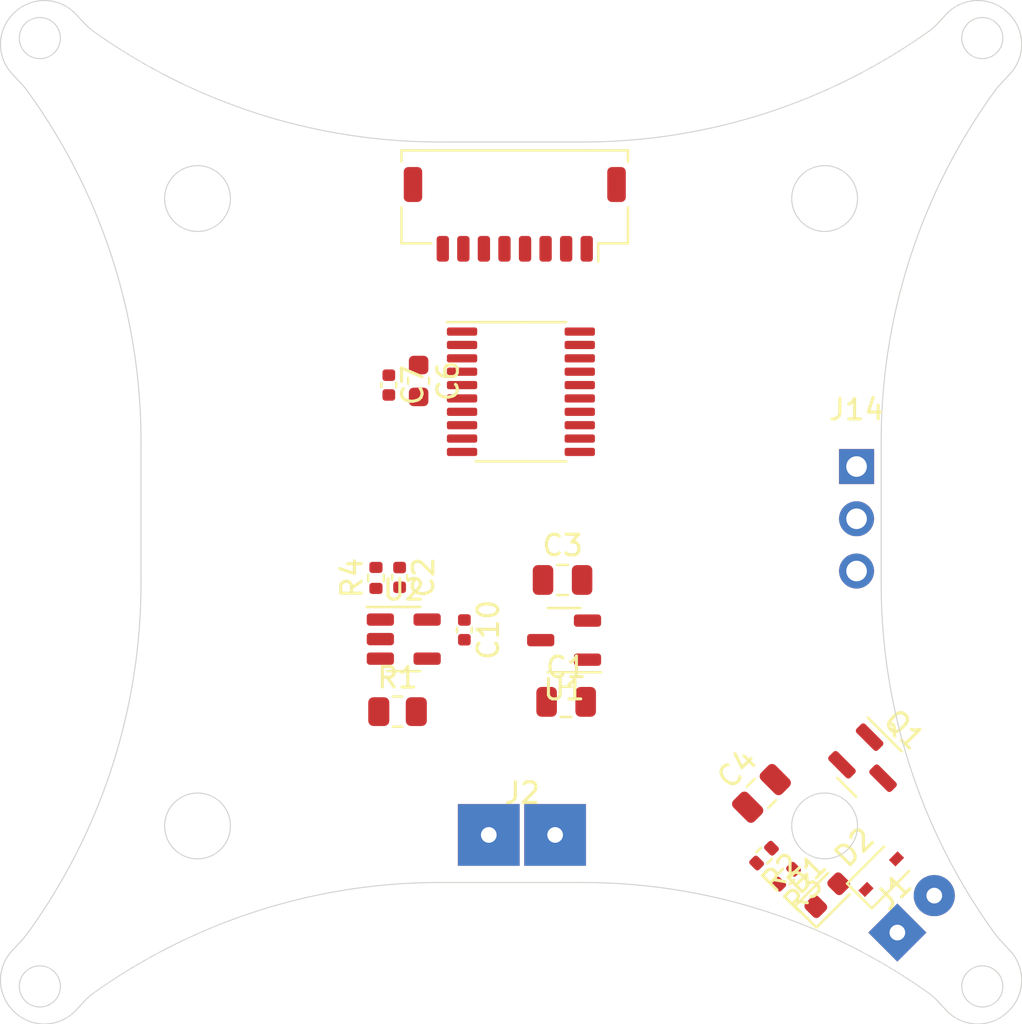
<source format=kicad_pcb>
(kicad_pcb (version 20211014) (generator pcbnew)
  (layers (0 "F.Cu" signal) (31 "B.Cu" signal) (34 "B.Paste" user) (35 "F.Paste" user) (36 "B.SilkS" user "B.Silkscreen") (37 "F.SilkS" user "F.Silkscreen") (38 "B.Mask" user) (39 "F.Mask" user) (44 "Edge.Cuts" user))
  (net 0 "")
  (net 1 "Net-(D2-Pad2)")
  (net 2 "GND")
  (net 3 "VCC")
  (net 4 "M1")
  (net 5 "+3.3V")
  (net 6 "Net-(D1-Pad2)")
  (net 7 "VBAT")
  (net 8 "Current")
  (net 9 "Telemetry")
  (net 10 "SWCLK")
  (net 11 "SWDIO")
  (net 12 "Net-(R4-Pad1)")
  (net 29 "SIGNAL_M1")
  (net 30 "SIGNAL_M2")
  (net 31 "SIGNAL_M3")
  (net 32 "SIGNAL_M4")
  (footprint "Capacitor_SMD:C_0805_2012Metric" (layer "F.Cu") (at 157.9 114.525 45)
    (fp_text reference "C4" (at 0 -1.68 45) (layer "F.SilkS"))
    (fp_text value "10u")
    (fp_line (start -0.261252 0.735) (end 0.261252 0.735) (layer "F.SilkS") (width 0.12))
    (fp_line (start -0.261252 -0.735) (end 0.261252 -0.735) (layer "F.SilkS") (width 0.12))
    (pad "1" smd roundrect (at -0.95 0 45) (size 1 1.45) (layers "F.Cu" "F.Paste" "F.Mask") (net 3 "VCC"))
    (pad "2" smd roundrect (at 0.95 0 45) (size 1 1.45) (layers "F.Cu" "F.Paste" "F.Mask") (net 2 "GND"))
  )
  (footprint "Package_TO_SOT_SMD:SOT-23-5" (layer "F.Cu") (at 140.5 107.025)
    (fp_text reference "U2" (at 0 -2.4) (layer "F.SilkS"))
    (fp_text value "INA180A4")
    (fp_line (start 0 1.56) (end -0.8 1.56) (layer "F.SilkS") (width 0.12))
    (fp_line (start 0 -1.56) (end 0.8 -1.56) (layer "F.SilkS") (width 0.12))
    (fp_line (start 0 -1.56) (end -1.8 -1.56) (layer "F.SilkS") (width 0.12))
    (fp_line (start 0 1.56) (end 0.8 1.56) (layer "F.SilkS") (width 0.12))
    (pad "1" smd roundrect (at -1.1375 -0.95) (size 1.325 0.6) (layers "F.Cu" "F.Paste" "F.Mask") (net 12 "Net-(R4-Pad1)"))
    (pad "2" smd roundrect (at -1.1375 0) (size 1.325 0.6) (layers "F.Cu" "F.Paste" "F.Mask") (net 2 "GND"))
    (pad "3" smd roundrect (at -1.1375 0.95) (size 1.325 0.6) (layers "F.Cu" "F.Paste" "F.Mask") (net 7 "VBAT"))
    (pad "4" smd roundrect (at 1.1375 0.95) (size 1.325 0.6) (layers "F.Cu" "F.Paste" "F.Mask") (net 3 "VCC"))
    (pad "5" smd roundrect (at 1.1375 -0.95) (size 1.325 0.6) (layers "F.Cu" "F.Paste" "F.Mask") (net 5 "+3.3V"))
  )
  (footprint "Package_SO:TSSOP-20_4.4x6.5mm_P0.65mm" (layer "F.Cu") (at 146.2 95)
    (fp_text reference "U3" hide)
    (fp_text value "STM32C011F6Px" hide)
    (fp_line (start 0 3.385) (end -2.2 3.385) (layer "F.SilkS") (width 0.12))
    (fp_line (start 0 -3.385) (end -3.6 -3.385) (layer "F.SilkS") (width 0.12))
    (fp_line (start 0 3.385) (end 2.2 3.385) (layer "F.SilkS") (width 0.12))
    (fp_line (start 0 -3.385) (end 2.2 -3.385) (layer "F.SilkS") (width 0.12))
    (pad "1" smd roundrect (at -2.8625 -2.925) (size 1.475 0.4) (layers "F.Cu" "F.Paste" "F.Mask"))
    (pad "2" smd roundrect (at -2.8625 -2.275) (size 1.475 0.4) (layers "F.Cu" "F.Paste" "F.Mask"))
    (pad "3" smd roundrect (at -2.8625 -1.625) (size 1.475 0.4) (layers "F.Cu" "F.Paste" "F.Mask"))
    (pad "4" smd roundrect (at -2.8625 -0.975) (size 1.475 0.4) (layers "F.Cu" "F.Paste" "F.Mask") (net 5 "+3.3V"))
    (pad "5" smd roundrect (at -2.8625 -0.325) (size 1.475 0.4) (layers "F.Cu" "F.Paste" "F.Mask") (net 2 "GND"))
    (pad "6" smd roundrect (at -2.8625 0.325) (size 1.475 0.4) (layers "F.Cu" "F.Paste" "F.Mask"))
    (pad "7" smd roundrect (at -2.8625 0.975) (size 1.475 0.4) (layers "F.Cu" "F.Paste" "F.Mask"))
    (pad "8" smd roundrect (at -2.8625 1.625) (size 1.475 0.4) (layers "F.Cu" "F.Paste" "F.Mask"))
    (pad "9" smd roundrect (at -2.8625 2.275) (size 1.475 0.4) (layers "F.Cu" "F.Paste" "F.Mask"))
    (pad "10" smd roundrect (at -2.8625 2.925) (size 1.475 0.4) (layers "F.Cu" "F.Paste" "F.Mask"))
    (pad "11" smd roundrect (at 2.8625 2.925) (size 1.475 0.4) (layers "F.Cu" "F.Paste" "F.Mask"))
    (pad "12" smd roundrect (at 2.8625 2.275) (size 1.475 0.4) (layers "F.Cu" "F.Paste" "F.Mask"))
    (pad "13" smd roundrect (at 2.8625 1.625) (size 1.475 0.4) (layers "F.Cu" "F.Paste" "F.Mask"))
    (pad "14" smd roundrect (at 2.8625 0.975) (size 1.475 0.4) (layers "F.Cu" "F.Paste" "F.Mask"))
    (pad "15" smd roundrect (at 2.8625 0.325) (size 1.475 0.4) (layers "F.Cu" "F.Paste" "F.Mask"))
    (pad "16" smd roundrect (at 2.8625 -0.325) (size 1.475 0.4) (layers "F.Cu" "F.Paste" "F.Mask"))
    (pad "17" smd roundrect (at 2.8625 -0.975) (size 1.475 0.4) (layers "F.Cu" "F.Paste" "F.Mask"))
    (pad "18" smd roundrect (at 2.8625 -1.625) (size 1.475 0.4) (layers "F.Cu" "F.Paste" "F.Mask") (net 11 "SWDIO"))
    (pad "19" smd roundrect (at 2.8625 -2.275) (size 1.475 0.4) (layers "F.Cu" "F.Paste" "F.Mask") (net 10 "SWCLK"))
    (pad "20" smd roundrect (at 2.8625 -2.925) (size 1.475 0.4) (layers "F.Cu" "F.Paste" "F.Mask"))
  )
  (footprint "Resistor_SMD:R_0805_2012Metric" (layer "F.Cu") (at 140.2 110.55)
    (fp_text reference "R1" (at 0 -1.65) (layer "F.SilkS"))
    (fp_text value "2m")
    (fp_line (start -0.227064 0.735) (end 0.227064 0.735) (layer "F.SilkS") (width 0.12))
    (fp_line (start -0.227064 -0.735) (end 0.227064 -0.735) (layer "F.SilkS") (width 0.12))
    (pad "1" smd roundrect (at -0.9125 0) (size 1.025 1.4) (layers "F.Cu" "F.Paste" "F.Mask") (roundrect_rratio 0.243902) (net 7 "VBAT"))
    (pad "2" smd roundrect (at 0.9125 0) (size 1.025 1.4) (layers "F.Cu" "F.Paste" "F.Mask") (roundrect_rratio 0.243902) (net 3 "VCC"))
  )
  (footprint "Capacitor_SMD:C_0402_1005Metric" (layer "F.Cu") (at 139.775 94.675 -90)
    (fp_text reference "C7" (at 0 -1.16 90) (layer "F.SilkS"))
    (fp_text value "100n")
    (fp_line (start -0.107836 -0.36) (end 0.107836 -0.36) (layer "F.SilkS") (width 0.12))
    (fp_line (start -0.107836 0.36) (end 0.107836 0.36) (layer "F.SilkS") (width 0.12))
    (pad "1" smd roundrect (at -0.48 0 270) (size 0.56 0.62) (layers "F.Cu" "F.Paste" "F.Mask") (net 5 "+3.3V"))
    (pad "2" smd roundrect (at 0.48 0 270) (size 0.56 0.62) (layers "F.Cu" "F.Paste" "F.Mask") (net 2 "GND"))
  )
  (footprint "Package_TO_SOT_SMD:SOT-23" (layer "F.Cu") (at 163.15 113.125 -45)
    (fp_text reference "Q1" (at 0 -2.4 135) (layer "F.SilkS"))
    (fp_text value "AO3480C")
    (fp_line (start 0 1.56) (end -0.65 1.56) (layer "F.SilkS") (width 0.12))
    (fp_line (start 0 -1.56) (end -1.675 -1.56) (layer "F.SilkS") (width 0.12))
    (fp_line (start 0 -1.56) (end 0.65 -1.56) (layer "F.SilkS") (width 0.12))
    (fp_line (start 0 1.56) (end 0.65 1.56) (layer "F.SilkS") (width 0.12))
    (pad "1" smd roundrect (at -0.9375 -0.95 315) (size 1.475 0.6) (layers "F.Cu" "F.Paste" "F.Mask") (net 6 "Net-(D1-Pad2)"))
    (pad "2" smd roundrect (at -0.9375 0.95 315) (size 1.475 0.6) (layers "F.Cu" "F.Paste" "F.Mask") (net 2 "GND"))
    (pad "3" smd roundrect (at 0.9375 0 315) (size 1.475 0.6) (layers "F.Cu" "F.Paste" "F.Mask") (net 1 "Net-(D2-Pad2)"))
  )
  (footprint "Capacitor_SMD:C_0805_2012Metric" (layer "F.Cu") (at 148.225 104.15)
    (fp_text reference "C3" (at 0 -1.68) (layer "F.SilkS"))
    (fp_text value "10u")
    (fp_line (start -0.261252 -0.735) (end 0.261252 -0.735) (layer "F.SilkS") (width 0.12))
    (fp_line (start -0.261252 0.735) (end 0.261252 0.735) (layer "F.SilkS") (width 0.12))
    (pad "1" smd roundrect (at -0.95 0) (size 1 1.45) (layers "F.Cu" "F.Paste" "F.Mask") (net 5 "+3.3V"))
    (pad "2" smd roundrect (at 0.95 0) (size 1 1.45) (layers "F.Cu" "F.Paste" "F.Mask") (net 2 "GND"))
  )
  (footprint "Capacitor_SMD:C_0402_1005Metric" (layer "F.Cu") (at 143.45 106.575 -90)
    (fp_text reference "C10" (at 0 -1.16 90) (layer "F.SilkS"))
    (fp_text value "100n")
    (fp_line (start -0.107836 0.36) (end 0.107836 0.36) (layer "F.SilkS") (width 0.12))
    (fp_line (start -0.107836 -0.36) (end 0.107836 -0.36) (layer "F.SilkS") (width 0.12))
    (pad "1" smd roundrect (at -0.48 0 270) (size 0.56 0.62) (layers "F.Cu" "F.Paste" "F.Mask") (net 5 "+3.3V"))
    (pad "2" smd roundrect (at 0.48 0 270) (size 0.56 0.62) (layers "F.Cu" "F.Paste" "F.Mask") (net 2 "GND"))
  )
  (footprint "LED_SMD:LED_0603_1608Metric" (layer "F.Cu") (at 161.1 119.475 45)
    (fp_text reference "D1" (at 0 -1.43 45) (layer "F.SilkS"))
    (fp_text value "RED")
    (fp_line (start -1.485 -0.735) (end -1.485 0.735) (layer "F.SilkS") (width 0.12))
    (fp_line (start 0.8 -0.735) (end -1.485 -0.735) (layer "F.SilkS") (width 0.12))
    (fp_line (start -1.485 0.735) (end 0.8 0.735) (layer "F.SilkS") (width 0.12))
    (pad "1" smd roundrect (at -0.7875 0 45) (size 0.875 0.95) (layers "F.Cu" "F.Paste" "F.Mask") (net 2 "GND"))
    (pad "2" smd roundrect (at 0.7875 0 45) (size 0.875 0.95) (layers "F.Cu" "F.Paste" "F.Mask") (net 6 "Net-(D1-Pad2)"))
  )
  (footprint "Resistor_SMD:R_0402_1005Metric" (layer "F.Cu") (at 139.15 104.05 90)
    (fp_text reference "R4" (at 0 -1.17 90) (layer "F.SilkS"))
    (fp_text value "1k")
    (fp_line (start -0.153641 -0.38) (end 0.153641 -0.38) (layer "F.SilkS") (width 0.12))
    (fp_line (start -0.153641 0.38) (end 0.153641 0.38) (layer "F.SilkS") (width 0.12))
    (pad "1" smd roundrect (at -0.51 0 90) (size 0.54 0.64) (layers "F.Cu" "F.Paste" "F.Mask") (net 12 "Net-(R4-Pad1)"))
    (pad "2" smd roundrect (at 0.51 0 90) (size 0.54 0.64) (layers "F.Cu" "F.Paste" "F.Mask") (net 8 "Current"))
  )
  (footprint "Resistor_SMD:R_0402_1005Metric" (layer "F.Cu") (at 159.1 118.575 -135)
    (fp_text reference "R3" (at 0 -1.17 45) (layer "F.SilkS"))
    (fp_text value "10k")
    (fp_line (start -0.153641 0.38) (end 0.153641 0.38) (layer "F.SilkS") (width 0.12))
    (fp_line (start -0.153641 -0.38) (end 0.153641 -0.38) (layer "F.SilkS") (width 0.12))
    (pad "1" smd roundrect (at -0.51 0 225) (size 0.54 0.64) (layers "F.Cu" "F.Paste" "F.Mask") (net 6 "Net-(D1-Pad2)"))
    (pad "2" smd roundrect (at 0.51 0 225) (size 0.54 0.64) (layers "F.Cu" "F.Paste" "F.Mask") (net 2 "GND"))
  )
  (footprint "Resistor_SMD:R_0402_1005Metric" (layer "F.Cu") (at 158.025 117.55 -135)
    (fp_text reference "R2" (at 0 -1.17 45) (layer "F.SilkS"))
    (fp_text value "470R")
    (fp_line (start -0.153641 0.38) (end 0.153641 0.38) (layer "F.SilkS") (width 0.12))
    (fp_line (start -0.153641 -0.38) (end 0.153641 -0.38) (layer "F.SilkS") (width 0.12))
    (pad "1" smd roundrect (at -0.51 0 225) (size 0.54 0.64) (layers "F.Cu" "F.Paste" "F.Mask") (net 6 "Net-(D1-Pad2)"))
    (pad "2" smd roundrect (at 0.51 0 225) (size 0.54 0.64) (layers "F.Cu" "F.Paste" "F.Mask") (net 4 "M1"))
  )
  (footprint "Custom:Conn_01x02_VBAT_BIG" (layer "F.Cu") (at 146.2627 114.005)
    (fp_text reference "J2" (at 0 0.5) (layer "F.SilkS"))
    (fp_text value "Battery")
    (pad "1" thru_hole custom (at -1.6256 2.54 90) (size 3 3) (drill 0.762) (layers *.Cu *.Mask) (net 2 "GND") (options (clearance outline) (anchor rect)) (primitives (gr_line (start 0 1) (end 0 1) (width 0.2))))
    (pad "2" thru_hole custom (at 1.6002 2.54 90) (size 3 3) (drill 0.762) (layers *.Cu *.Mask) (net 7 "VBAT") (options (clearance outline) (anchor rect)) (primitives (gr_line (start 0 1) (end 0 1) (width 0.2))))
  )
  (footprint "Capacitor_SMD:C_0402_1005Metric" (layer "F.Cu") (at 140.3 104.025 -90)
    (fp_text reference "C2" (at 0 -1.16 90) (layer "F.SilkS"))
    (fp_text value "1n")
    (fp_line (start -0.107836 -0.36) (end 0.107836 -0.36) (layer "F.SilkS") (width 0.12))
    (fp_line (start -0.107836 0.36) (end 0.107836 0.36) (layer "F.SilkS") (width 0.12))
    (pad "1" smd roundrect (at -0.48 0 270) (size 0.56 0.62) (layers "F.Cu" "F.Paste" "F.Mask") (net 8 "Current"))
    (pad "2" smd roundrect (at 0.48 0 270) (size 0.56 0.62) (layers "F.Cu" "F.Paste" "F.Mask") (net 2 "GND"))
  )
  (footprint "Capacitor_SMD:C_0805_2012Metric" (layer "F.Cu") (at 148.4 110.075)
    (fp_text reference "C1" (at 0 -1.68) (layer "F.SilkS"))
    (fp_text value "10u")
    (fp_line (start -0.261252 0.735) (end 0.261252 0.735) (layer "F.SilkS") (width 0.12))
    (fp_line (start -0.261252 -0.735) (end 0.261252 -0.735) (layer "F.SilkS") (width 0.12))
    (pad "1" smd roundrect (at -0.95 0) (size 1 1.45) (layers "F.Cu" "F.Paste" "F.Mask") (net 3 "VCC"))
    (pad "2" smd roundrect (at 0.95 0) (size 1 1.45) (layers "F.Cu" "F.Paste" "F.Mask") (net 2 "GND"))
  )
  (footprint "Capacitor_SMD:C_0603_1608Metric" (layer "F.Cu") (at 141.225 94.475 -90)
    (fp_text reference "C6" (at 0 -1.43 90) (layer "F.SilkS"))
    (fp_text value "4.7u")
    (fp_line (start -0.14058 0.51) (end 0.14058 0.51) (layer "F.SilkS") (width 0.12))
    (fp_line (start -0.14058 -0.51) (end 0.14058 -0.51) (layer "F.SilkS") (width 0.12))
    (pad "1" smd roundrect (at -0.775 0 270) (size 0.9 0.95) (layers "F.Cu" "F.Paste" "F.Mask") (net 5 "+3.3V"))
    (pad "2" smd roundrect (at 0.775 0 270) (size 0.9 0.95) (layers "F.Cu" "F.Paste" "F.Mask") (net 2 "GND"))
  )
  (footprint "Diode_SMD:D_SOD-323" (layer "F.Cu") (at 163.725 118.45 45)
    (fp_text reference "D2" (at 0 -1.85 45) (layer "F.SilkS"))
    (fp_text value "SD103AWS")
    (fp_line (start -1.5 -0.85) (end 1.05 -0.85) (layer "F.SilkS") (width 0.12))
    (fp_line (start -1.5 -0.85) (end -1.5 0.85) (layer "F.SilkS") (width 0.12))
    (fp_line (start -1.5 0.85) (end 1.05 0.85) (layer "F.SilkS") (width 0.12))
    (pad "1" smd rect (at -1.05 0 45) (size 0.6 0.45) (layers "F.Cu" "F.Paste" "F.Mask") (net 3 "VCC"))
    (pad "2" smd rect (at 1.05 0 45) (size 0.6 0.45) (layers "F.Cu" "F.Paste" "F.Mask") (net 1 "Net-(D2-Pad2)"))
  )
  (footprint "Connector_JST:JST_SHL_SM08B-SHLS-TF_1x08-1MP_P1.00mm_Horizontal" (layer "F.Cu") (at 145.9 86.375 180)
    (fp_text reference "J3" hide)
    (fp_text value "FC Connector" hide)
    (fp_line (start -5.51 0.34) (end -5.51 -1.41) (layer "F.SilkS") (width 0.12))
    (fp_line (start 5.51 3.11) (end 5.51 2.56) (layer "F.SilkS") (width 0.12))
    (fp_line (start -5.51 2.56) (end -5.51 3.11) (layer "F.SilkS") (width 0.12))
    (fp_line (start 5.51 -1.41) (end 4.06 -1.41) (layer "F.SilkS") (width 0.12))
    (fp_line (start -5.51 3.11) (end 5.51 3.11) (layer "F.SilkS") (width 0.12))
    (fp_line (start -4.06 -1.41) (end -4.06 -2.3) (layer "F.SilkS") (width 0.12))
    (fp_line (start -5.51 -1.41) (end -4.06 -1.41) (layer "F.SilkS") (width 0.12))
    (fp_line (start 5.51 0.34) (end 5.51 -1.41) (layer "F.SilkS") (width 0.12))
    (pad "1" smd roundrect (at -3.5 -1.675 180) (size 0.6 1.25) (layers "F.Cu" "F.Paste" "F.Mask") (net 3 "VCC"))
    (pad "2" smd roundrect (at -2.5 -1.675 180) (size 0.6 1.25) (layers "F.Cu" "F.Paste" "F.Mask") (net 2 "GND"))
    (pad "3" smd roundrect (at -1.5 -1.675 180) (size 0.6 1.25) (layers "F.Cu" "F.Paste" "F.Mask") (net 8 "Current"))
    (pad "4" smd roundrect (at -0.5 -1.675 180) (size 0.6 1.25) (layers "F.Cu" "F.Paste" "F.Mask") (net 9 "Telemetry"))
    (pad "5" smd roundrect (at 0.5 -1.675 180) (size 0.6 1.25) (layers "F.Cu" "F.Paste" "F.Mask") (net 29 "SIGNAL_M1"))
    (pad "6" smd roundrect (at 1.5 -1.675 180) (size 0.6 1.25) (layers "F.Cu" "F.Paste" "F.Mask") (net 30 "SIGNAL_M2"))
    (pad "7" smd roundrect (at 2.5 -1.675 180) (size 0.6 1.25) (layers "F.Cu" "F.Paste" "F.Mask") (net 31 "SIGNAL_M3"))
    (pad "8" smd roundrect (at 3.5 -1.675 180) (size 0.6 1.25) (layers "F.Cu" "F.Paste" "F.Mask") (net 32 "SIGNAL_M4"))
    (pad "MP" smd roundrect (at 4.95 1.45 180) (size 0.9 1.7) (layers "F.Cu" "F.Paste" "F.Mask"))
    (pad "MP" smd roundrect (at -4.95 1.45 180) (size 0.9 1.7) (layers "F.Cu" "F.Paste" "F.Mask"))
  )
  (footprint "Custom:Conn_01x02_VBAT_one_round" (layer "F.Cu") (at 163.970266 118.956052 45)
    (fp_text reference "J1" (at 0 0.5 45) (layer "F.SilkS"))
    (fp_text value "M1")
    (pad "1" thru_hole rect locked (at -1.27 2.032 45) (size 2 2) (drill 0.762) (layers *.Cu *.Mask) (net 3 "VCC"))
    (pad "2" thru_hole oval locked (at 1.27 2.032 135) (size 2 2) (drill 0.762) (layers *.Cu *.Mask) (net 1 "Net-(D2-Pad2)"))
  )
  (footprint "Custom:PinSocket_1x03_P2.54mm_Vertical_No_silk" (layer "F.Cu") (at 162.525 98.635)
    (fp_text reference "J14" (at 0 -2.77) (layer "F.SilkS"))
    (fp_text value "Conn_01x03" hide)
    (pad "1" thru_hole rect (at 0 0) (size 1.7 1.7) (drill 1) (layers *.Cu *.Mask) (net 10 "SWCLK"))
    (pad "2" thru_hole oval (at 0 2.54) (size 1.7 1.7) (drill 1) (layers *.Cu *.Mask) (net 2 "GND"))
    (pad "3" thru_hole oval (at 0 5.08) (size 1.7 1.7) (drill 1) (layers *.Cu *.Mask) (net 11 "SWDIO"))
  )
  (footprint "Package_TO_SOT_SMD:SOT-23-3" (layer "F.Cu") (at 148.3 107.075 180)
    (fp_text reference "U1" (at 0 -2.4) (layer "F.SilkS"))
    (fp_text value "HT7533S")
    (fp_line (start 0 1.56) (end -0.8 1.56) (layer "F.SilkS") (width 0.12))
    (fp_line (start 0 -1.56) (end 0.8 -1.56) (layer "F.SilkS") (width 0.12))
    (fp_line (start 0 1.56) (end 0.8 1.56) (layer "F.SilkS") (width 0.12))
    (fp_line (start 0 -1.56) (end -1.8 -1.56) (layer "F.SilkS") (width 0.12))
    (pad "1" smd roundrect locked (at -1.1375 -0.95 180) (size 1.325 0.6) (layers "F.Cu" "F.Paste" "F.Mask") (net 2 "GND"))
    (pad "2" smd roundrect locked (at -1.1375 0.95 180) (size 1.325 0.6) (layers "F.Cu" "F.Paste" "F.Mask") (net 5 "+3.3V"))
    (pad "3" smd roundrect locked (at 1.1375 0 180) (size 1.325 0.6) (layers "F.Cu" "F.Paste" "F.Mask") (net 3 "VCC"))
  )
  (gr_circle (center 160.971555 116.107389) (end 162.571555 116.107389) (layer "Edge.Cuts") (width 0.05) (fill none))
  (gr_line (start 166.473296 124.624221) (end 166.883841 125.065346) (layer "Edge.Cuts") (width 0.05))
  (gr_line (start 124.969814 77.090557) (end 124.559269 76.649432) (layer "Edge.Cuts") (width 0.05))
  (gr_circle (center 130.471555 85.607389) (end 132.071555 85.607389) (layer "Edge.Cuts") (width 0.05) (fill none))
  (gr_line (start 166.883841 76.649432) (end 166.473296 77.090557) (layer "Edge.Cuts") (width 0.05))
  (gr_circle (center 122.801621 77.80621) (end 123.801621 77.80621) (layer "Edge.Cuts") (width 0.05) (fill none))
  (gr_arc (start 169.851776 125.171914) (mid 168.345738 125.733309) (end 166.883841 125.065346) (layer "Edge.Cuts") (width 0.05))
  (gr_arc (start 166.015713 124.223133) (mid 166.254703 124.412042) (end 166.473296 124.624221) (layer "Edge.Cuts") (width 0.05))
  (gr_line (start 142.232811 118.857389) (end 149.210299 118.857389) (layer "Edge.Cuts") (width 0.05))
  (gr_line (start 121.591334 76.542864) (end 121.558118 76.573777) (layer "Edge.Cuts") (width 0.05))
  (gr_arc (start 169.268408 80.350766) (mid 169.379248 80.207646) (end 169.498522 80.071475) (layer "Edge.Cuts") (width 0.05))
  (gr_arc (start 121.944588 80.071475) (mid 122.06386 80.207648) (end 122.174702 80.350766) (layer "Edge.Cuts") (width 0.05))
  (gr_circle (center 122.801621 123.908568) (end 123.801621 123.908568) (layer "Edge.Cuts") (width 0.05) (fill none))
  (gr_arc (start 122.174702 121.364012) (mid 122.06386 121.50713) (end 121.944588 121.643303) (layer "Edge.Cuts") (width 0.05))
  (gr_line (start 169.498522 80.071475) (end 169.99156 79.541713) (layer "Edge.Cuts") (width 0.05))
  (gr_arc (start 124.559269 125.065346) (mid 123.097373 125.73331) (end 121.591334 125.171914) (layer "Edge.Cuts") (width 0.05))
  (gr_line (start 121.558118 125.141001) (end 121.591334 125.171914) (layer "Edge.Cuts") (width 0.05))
  (gr_arc (start 169.268408 121.364012) (mid 165.143111 113.275) (end 163.721555 104.306758) (layer "Edge.Cuts") (width 0.05))
  (gr_circle (center 168.641489 123.908568) (end 169.641489 123.908568) (layer "Edge.Cuts") (width 0.05) (fill none))
  (gr_circle (center 168.641489 77.80621) (end 169.641489 77.80621) (layer "Edge.Cuts") (width 0.05) (fill none))
  (gr_arc (start 121.558118 125.141001) (mid 120.890155 123.679104) (end 121.45155 122.173065) (layer "Edge.Cuts") (width 0.05))
  (gr_circle (center 130.471555 116.107389) (end 132.071555 116.107389) (layer "Edge.Cuts") (width 0.05) (fill none))
  (gr_arc (start 163.721555 97.40802) (mid 165.143109 88.439777) (end 169.268408 80.350766) (layer "Edge.Cuts") (width 0.05))
  (gr_arc (start 169.99156 122.173065) (mid 170.552955 123.679104) (end 169.884992 125.141001) (layer "Edge.Cuts") (width 0.05))
  (gr_arc (start 149.210299 118.857389) (mid 158.030916 120.231375) (end 166.015713 124.223133) (layer "Edge.Cuts") (width 0.05))
  (gr_line (start 121.45155 79.541713) (end 121.944588 80.071475) (layer "Edge.Cuts") (width 0.05))
  (gr_arc (start 127.721555 104.306758) (mid 126.3 113.275) (end 122.174702 121.364012) (layer "Edge.Cuts") (width 0.05))
  (gr_arc (start 125.427397 77.491645) (mid 125.18841 77.302732) (end 124.969814 77.090557) (layer "Edge.Cuts") (width 0.05))
  (gr_line (start 121.944588 121.643303) (end 121.45155 122.173065) (layer "Edge.Cuts") (width 0.05))
  (gr_arc (start 122.174702 80.350766) (mid 126.3 88.439778) (end 127.721555 97.40802) (layer "Edge.Cuts") (width 0.05))
  (gr_arc (start 121.45155 79.541713) (mid 120.890155 78.035674) (end 121.558118 76.573777) (layer "Edge.Cuts") (width 0.05))
  (gr_arc (start 124.969814 124.624221) (mid 125.18841 124.412046) (end 125.427397 124.223133) (layer "Edge.Cuts") (width 0.05))
  (gr_arc (start 166.473296 77.090557) (mid 166.254697 77.302729) (end 166.015713 77.491645) (layer "Edge.Cuts") (width 0.05))
  (gr_arc (start 169.884992 76.573777) (mid 170.552955 78.035674) (end 169.99156 79.541713) (layer "Edge.Cuts") (width 0.05))
  (gr_line (start 124.559269 125.065346) (end 124.969814 124.624221) (layer "Edge.Cuts") (width 0.05))
  (gr_arc (start 169.498522 121.643303) (mid 169.379252 121.507129) (end 169.268408 121.364012) (layer "Edge.Cuts") (width 0.05))
  (gr_arc (start 166.015713 77.491645) (mid 158.030916 81.483405) (end 149.210299 82.857389) (layer "Edge.Cuts") (width 0.05))
  (gr_line (start 163.721555 104.306758) (end 163.721555 97.40802) (layer "Edge.Cuts") (width 0.05))
  (gr_line (start 127.721555 97.40802) (end 127.721555 104.306758) (layer "Edge.Cuts") (width 0.05))
  (gr_line (start 149.210299 82.857389) (end 142.232811 82.857389) (layer "Edge.Cuts") (width 0.05))
  (gr_circle (center 160.971555 85.607389) (end 162.571555 85.607389) (layer "Edge.Cuts") (width 0.05) (fill none))
  (gr_arc (start 166.883841 76.649432) (mid 168.345738 75.981465) (end 169.851776 76.542864) (layer "Edge.Cuts") (width 0.05))
  (gr_arc (start 121.591334 76.542864) (mid 123.097373 75.981468) (end 124.559269 76.649432) (layer "Edge.Cuts") (width 0.05))
  (gr_line (start 169.851776 125.171914) (end 169.884992 125.141001) (layer "Edge.Cuts") (width 0.05))
  (gr_line (start 169.99156 122.173065) (end 169.498522 121.643303) (layer "Edge.Cuts") (width 0.05))
  (gr_arc (start 125.427397 124.223133) (mid 133.412194 120.231374) (end 142.232811 118.857389) (layer "Edge.Cuts") (width 0.05))
  (gr_arc (start 142.232811 82.857389) (mid 133.412194 81.483404) (end 125.427397 77.491645) (layer "Edge.Cuts") (width 0.05))
  (gr_line (start 169.884992 76.573777) (end 169.851776 76.542864) (layer "Edge.Cuts") (width 0.05))
)
</source>
